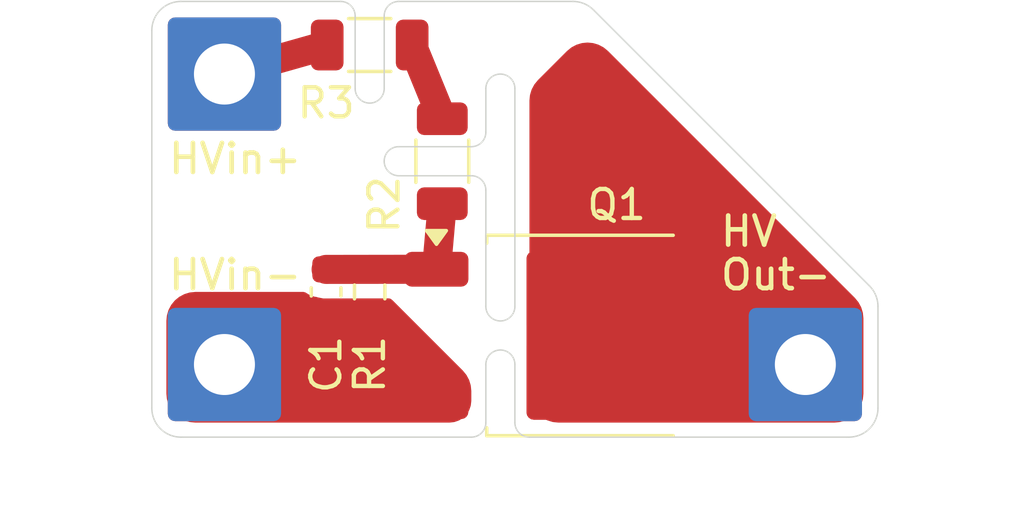
<source format=kicad_pcb>
(kicad_pcb (version 20241229) (generator "pcbnew") (generator_version "9.0")
  (layers (0 "F.Cu" signal) (2 "B.Cu" signal) (13 "F.Paste" user) (15 "B.Paste" user) (5 "F.SilkS" user "F.Silkscreen") (7 "B.SilkS" user "B.Silkscreen") (1 "F.Mask" user) (3 "B.Mask" user) (25 "Edge.Cuts" user))
  (net 0 "")
  (net 1 "Net-(R2-Pad1)")
  (net 2 "/G")
  (net 3 "/In-")
  (net 4 "/In+")
  (net 5 "/Out-")
  (footprint "Resistor_SMD:R_0603_1608Metric" (layer "F.Cu") (at 125 97.5 -90)
    (property "Reference" "R1" (at 2.5 0 90) (layer "F.SilkS"))
    (property "Value" "220k")
    (fp_line (start -0.237258 0.5225) (end 0.237258 0.5225) (stroke (width 0.12)) (layer "F.SilkS"))
    (fp_line (start -0.237258 -0.5225) (end 0.237258 -0.5225) (stroke (width 0.12)) (layer "F.SilkS"))
    (pad "1" smd roundrect (at -0.825 0 270) (size 0.8 0.95) (layers "F.Cu" "F.Mask" "F.Paste") (net 2 "/G"))
    (pad "2" smd roundrect (at 0.825 0 270) (size 0.8 0.95) (layers "F.Cu" "F.Mask" "F.Paste") (net 3 "/In-"))
  )
  (footprint "Resistor_SMD:R_1206_3216Metric" (layer "F.Cu") (at 125 89)
    (property "Reference" "R3" (at -1.5 2 0) (layer "F.SilkS"))
    (property "Value" "3.3M 400V")
    (fp_line (start -0.727064 -0.91) (end 0.727064 -0.91) (stroke (width 0.12)) (layer "F.SilkS"))
    (fp_line (start -0.727064 0.91) (end 0.727064 0.91) (stroke (width 0.12)) (layer "F.SilkS"))
    (pad "1" smd roundrect (at -1.4625 0) (size 1.125 1.75) (layers "F.Cu" "F.Mask" "F.Paste") (roundrect_rratio 0.222222) (net 4 "/In+"))
    (pad "2" smd roundrect (at 1.4625 0) (size 1.125 1.75) (layers "F.Cu" "F.Mask" "F.Paste") (roundrect_rratio 0.222222) (net 1 "Net-(R2-Pad1)"))
  )
  (footprint "Package_TO_SOT_SMD:TO-252-2" (layer "F.Cu") (at 132.34 99)
    (property "Reference" "Q1" (at 1.16 -4.5 0) (layer "F.SilkS"))
    (property "Value" "IPD60R210PFD7S")
    (fp_line (start -3.31 -3.45) (end -3.31 -3.18) (stroke (width 0.12)) (layer "F.SilkS"))
    (fp_line (start -3.31 3.45) (end -3.31 3.18) (stroke (width 0.12)) (layer "F.SilkS"))
    (fp_line (start 3.11 -3.45) (end -3.31 -3.45) (stroke (width 0.12)) (layer "F.SilkS"))
    (fp_line (start 3.11 3.45) (end -3.31 3.45) (stroke (width 0.12)) (layer "F.SilkS"))
    (fp_poly (pts (xy -5.04 -3.14) (xy -5.38 -3.61) (xy -4.7 -3.61) (xy -5.04 -3.14)) (stroke (width 0.12)) (fill yes) (layer "F.SilkS"))
    (pad "1" smd roundrect (at -5.04 -2.28) (size 2.2 1.2) (layers "F.Cu" "F.Mask" "F.Paste") (roundrect_rratio 0.208333) (net 2 "/G"))
    (pad "2" smd roundrect (at -0.415 -1.525) (size 3.05 2.75) (layers "F.Cu" "F.Paste") (roundrect_rratio 0.090909) (net 5 "/Out-"))
    (pad "2" smd roundrect (at -0.415 1.525) (size 3.05 2.75) (layers "F.Cu" "F.Paste") (roundrect_rratio 0.090909) (net 5 "/Out-"))
    (pad "2" smd roundrect (at 1.26 0) (size 6.4 5.8) (layers "F.Cu" "F.Mask") (roundrect_rratio 0.043103) (net 5 "/Out-"))
    (pad "2" smd roundrect (at 2.935 -1.525) (size 3.05 2.75) (layers "F.Cu" "F.Paste") (roundrect_rratio 0.090909) (net 5 "/Out-"))
    (pad "2" smd roundrect (at 2.935 1.525) (size 3.05 2.75) (layers "F.Cu" "F.Paste") (roundrect_rratio 0.090909) (net 5 "/Out-"))
    (pad "3" smd roundrect (at -5.04 2.28) (size 2.2 1.2) (layers "F.Cu" "F.Mask" "F.Paste") (roundrect_rratio 0.208333) (net 3 "/In-"))
  )
  (footprint "Resistor_SMD:R_1206_3216Metric" (layer "F.Cu") (at 127.5 93 -90)
    (property "Reference" "R2" (at 1.5 2 90) (layer "F.SilkS"))
    (property "Value" "3.3M 400V")
    (fp_line (start -0.727064 0.91) (end 0.727064 0.91) (stroke (width 0.12)) (layer "F.SilkS"))
    (fp_line (start -0.727064 -0.91) (end 0.727064 -0.91) (stroke (width 0.12)) (layer "F.SilkS"))
    (pad "1" smd roundrect (at -1.4625 0 270) (size 1.125 1.75) (layers "F.Cu" "F.Mask" "F.Paste") (roundrect_rratio 0.222222) (net 1 "Net-(R2-Pad1)"))
    (pad "2" smd roundrect (at 1.4625 0 270) (size 1.125 1.75) (layers "F.Cu" "F.Mask" "F.Paste") (roundrect_rratio 0.222222) (net 2 "/G"))
  )
  (footprint "Connector_Wire:SolderWire-1.5sqmm_1x01_D1.7mm_OD3.9mm" (layer "F.Cu") (at 120 90)
    (property "Reference" "J1" (hide yes))
    (property "Value" "Conn_01x01_Socket")
    (pad "1" thru_hole roundrect (at 0 0) (size 3.9 3.9) (drill 2.1) (layers "*.Cu" "*.Mask") (roundrect_rratio 0.064103) (net 4 "/In+"))
  )
  (footprint "Capacitor_SMD:C_0603_1608Metric" (layer "F.Cu") (at 123.5 97.5 -90)
    (property "Reference" "C1" (at 2.5 0 90) (layer "F.SilkS"))
    (property "Value" "3.3uF")
    (fp_line (start -0.140581 0.51) (end 0.140581 0.51) (stroke (width 0.12)) (layer "F.SilkS"))
    (fp_line (start -0.140581 -0.51) (end 0.140581 -0.51) (stroke (width 0.12)) (layer "F.SilkS"))
    (pad "1" smd roundrect (at -0.775 0 270) (size 0.9 0.95) (layers "F.Cu" "F.Mask" "F.Paste") (net 2 "/G"))
    (pad "2" smd roundrect (at 0.775 0 270) (size 0.9 0.95) (layers "F.Cu" "F.Mask" "F.Paste") (net 3 "/In-"))
  )
  (footprint "Connector_Wire:SolderWire-1.5sqmm_1x01_D1.7mm_OD3.9mm" (layer "F.Cu") (at 120 100)
    (property "Reference" "J2" (hide yes))
    (property "Value" "Conn_01x01_Socket")
    (pad "1" thru_hole roundrect (at 0 0) (size 3.9 3.9) (drill 2.1) (layers "*.Cu" "*.Mask") (roundrect_rratio 0.064103) (net 3 "/In-"))
  )
  (footprint "Connector_Wire:SolderWire-1.5sqmm_1x01_D1.7mm_OD3.9mm" (layer "F.Cu") (at 140 100)
    (property "Reference" "J3" (hide yes))
    (property "Value" "Conn_01x01_Socket")
    (pad "1" thru_hole roundrect (at 0 0) (size 3.9 3.9) (drill 2.1) (layers "*.Cu" "*.Mask") (roundrect_rratio 0.064103) (net 5 "/Out-"))
  )
  (gr_line (start 141.5 102.5) (end 130.5 102.5) (stroke (width 0.05)) (layer "Edge.Cuts"))
  (gr_arc (start 142.207107 97.292893) (mid 142.42388 97.617316) (end 142.5 98) (stroke (width 0.05)) (layer "Edge.Cuts"))
  (gr_arc (start 142.5 101.5) (mid 142.207107 102.207107) (end 141.5 102.5) (stroke (width 0.05)) (layer "Edge.Cuts"))
  (gr_arc (start 128.5 93.499999) (mid 128.853554 93.646446) (end 129.000001 94) (stroke (width 0.05)) (layer "Edge.Cuts"))
  (gr_arc (start 129 100) (mid 129.5 99.5) (end 130 100) (stroke (width 0.05)) (layer "Edge.Cuts"))
  (gr_line (start 128.5 102.5) (end 118.5 102.5) (stroke (width 0.05)) (layer "Edge.Cuts"))
  (gr_line (start 117.5 101.5) (end 117.5 88.5) (stroke (width 0.05)) (layer "Edge.Cuts"))
  (gr_arc (start 129 90.5) (mid 129.5 90) (end 130 90.5) (stroke (width 0.05)) (layer "Edge.Cuts"))
  (gr_arc (start 132 87.5) (mid 132.382683 87.57612) (end 132.707107 87.792893) (stroke (width 0.05)) (layer "Edge.Cuts"))
  (gr_arc (start 117.5 88.5) (mid 117.792893 87.792893) (end 118.5 87.5) (stroke (width 0.05)) (layer "Edge.Cuts"))
  (gr_arc (start 129 102) (mid 128.853553 102.353553) (end 128.5 102.5) (stroke (width 0.05)) (layer "Edge.Cuts"))
  (gr_line (start 130 102) (end 130 100) (stroke (width 0.05)) (layer "Edge.Cuts"))
  (gr_arc (start 129.999999 98) (mid 129.499999 98.5) (end 128.999999 98) (stroke (width 0.05)) (layer "Edge.Cuts"))
  (gr_line (start 118.5 87.5) (end 124 87.5) (stroke (width 0.05)) (layer "Edge.Cuts"))
  (gr_line (start 129.000001 94) (end 128.999999 98) (stroke (width 0.05)) (layer "Edge.Cuts"))
  (gr_arc (start 130.5 102.5) (mid 130.146447 102.353553) (end 130 102) (stroke (width 0.05)) (layer "Edge.Cuts"))
  (gr_line (start 126 87.5) (end 132 87.5) (stroke (width 0.05)) (layer "Edge.Cuts"))
  (gr_line (start 129 90.5) (end 129.000001 91.999999) (stroke (width 0.05)) (layer "Edge.Cuts"))
  (gr_arc (start 118.5 102.5) (mid 117.792893 102.207107) (end 117.5 101.5) (stroke (width 0.05)) (layer "Edge.Cuts"))
  (gr_line (start 126 93.5) (end 128.5 93.499999) (stroke (width 0.05)) (layer "Edge.Cuts"))
  (gr_arc (start 126 93.5) (mid 125.5 93) (end 126 92.5) (stroke (width 0.05)) (layer "Edge.Cuts"))
  (gr_line (start 129 100) (end 129 102) (stroke (width 0.05)) (layer "Edge.Cuts"))
  (gr_line (start 125.499999 90.5) (end 125.5 88) (stroke (width 0.05)) (layer "Edge.Cuts"))
  (gr_line (start 124.5 88) (end 124.500001 90.5) (stroke (width 0.05)) (layer "Edge.Cuts"))
  (gr_line (start 142.5 98) (end 142.5 101.5) (stroke (width 0.05)) (layer "Edge.Cuts"))
  (gr_arc (start 125.5 88) (mid 125.646447 87.646447) (end 126 87.5) (stroke (width 0.05)) (layer "Edge.Cuts"))
  (gr_arc (start 129.000001 91.999999) (mid 128.853554 92.353553) (end 128.5 92.5) (stroke (width 0.05)) (layer "Edge.Cuts"))
  (gr_arc (start 124 87.5) (mid 124.353553 87.646447) (end 124.5 88) (stroke (width 0.05)) (layer "Edge.Cuts"))
  (gr_line (start 129.999999 98) (end 130 90.5) (stroke (width 0.05)) (layer "Edge.Cuts"))
  (gr_line (start 128.5 92.500001) (end 126 92.5) (stroke (width 0.05)) (layer "Edge.Cuts"))
  (gr_line (start 132.707107 87.792894) (end 142.207106 97.292893) (stroke (width 0.05)) (layer "Edge.Cuts"))
  (gr_arc (start 125.499999 90.5) (mid 125 90.999999) (end 124.500001 90.5) (stroke (width 0.05)) (layer "Edge.Cuts"))
  (gr_text "HV" (at 137 96 0) (layer "F.SilkS") (effects (font (size 1 1) (thickness 0.16)) (justify left bottom)))
  (gr_text "HVin+" (at 118 93.5 0) (layer "F.SilkS") (effects (font (size 1 1) (thickness 0.16)) (justify left bottom)))
  (gr_text "Out-" (at 137 97.5 0) (layer "F.SilkS") (effects (font (size 1 1) (thickness 0.16)) (justify left bottom)))
  (gr_text "HVin-" (at 118 97.5 0) (layer "F.SilkS") (effects (font (size 1 1) (thickness 0.16)) (justify left bottom)))
  (segment (start 127.5 91.5375) (end 126.4625 89) (width 1) (layer "F.Cu") (net 1))
  (segment (start 127.3 96.72) (end 127.5 94.4625) (width 1) (layer "F.Cu") (net 2))
  (segment (start 127.3 96.72) (end 123.5 96.725) (width 1) (layer "F.Cu") (net 2))
  (segment (start 123.5375 89) (end 120 90) (width 1) (layer "F.Cu") (net 4))
  (zone (net 5) (net_name "/Out-") (layer "F.Cu") (connect_pads yes (clearance 0.5)) (min_thickness 0.25) (fill yes (thermal_gap 0.5) (thermal_bridge_width 0.5) (smoothing fillet) (radius 1))
    (polygon (pts (xy 130.5 102) (xy 130.5 90.5) (xy 132.5 88.5) (xy 142 98) (xy 142 102)))
  )
  (zone (net 3) (net_name "/In-") (layer "F.Cu") (connect_pads yes (clearance 0.5)) (min_thickness 0.25) (fill yes (thermal_gap 0.5) (thermal_bridge_width 0.5) (smoothing fillet) (radius 1))
    (polygon (pts (xy 118 102) (xy 118 97.5) (xy 125.5 97.5) (xy 128.5 100.5) (xy 128.5 102)))
  )
)
</source>
